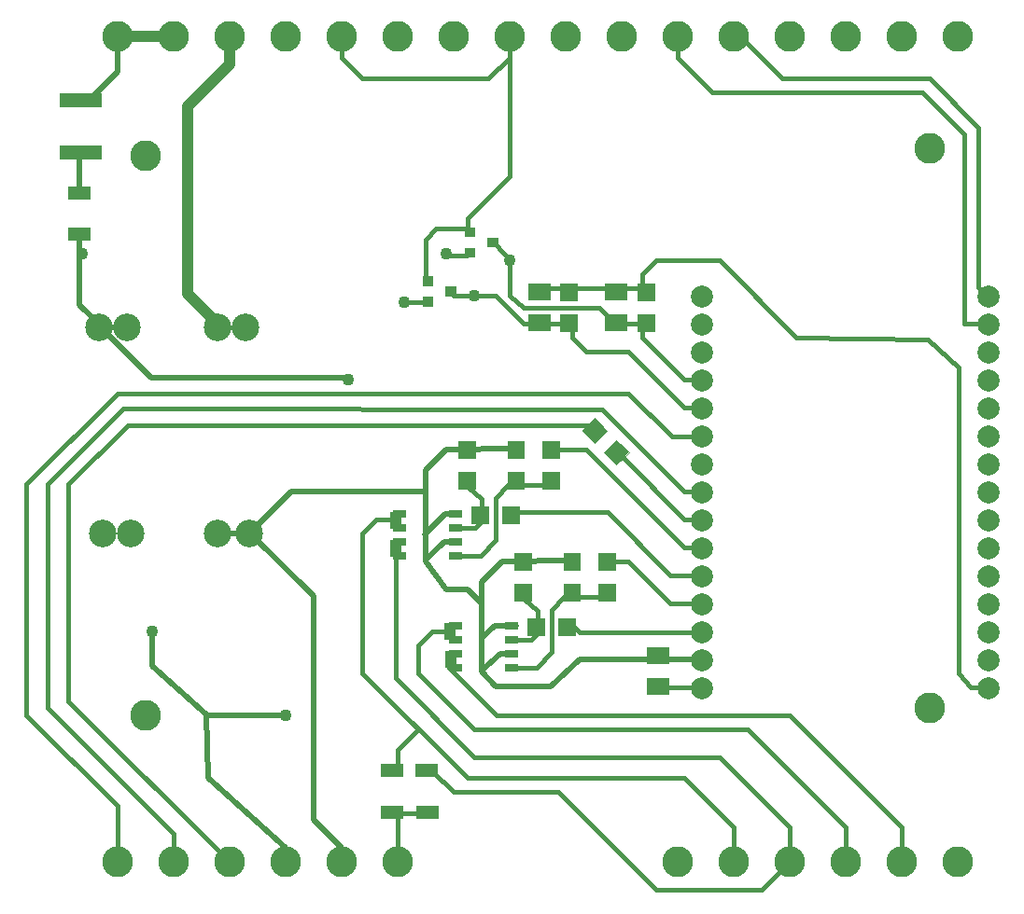
<source format=gbr>
%FSLAX34Y34*%
%MOMM*%
%LNCOPPER_BOTTOM*%
G71*
G01*
%ADD10C, 2.80*%
%ADD11C, 2.50*%
%ADD12C, 1.10*%
%ADD13R, 1.27X0.65*%
%ADD14C, 0.40*%
%ADD15C, 0.50*%
%ADD16R, 1.00X1.60*%
%ADD17C, 0.00*%
%ADD18C, 2.80*%
%ADD19C, 1.00*%
%ADD20R, 2.00X1.30*%
%ADD21R, 2.00X1.60*%
%ADD22C, 2.00*%
%LPD*%
X166300Y-102800D02*
G54D10*
D03*
X217100Y-102800D02*
G54D10*
D03*
X267900Y-102800D02*
G54D10*
D03*
X318700Y-102800D02*
G54D10*
D03*
X369500Y-102800D02*
G54D10*
D03*
X420300Y-102800D02*
G54D10*
D03*
X282590Y-366872D02*
G54D11*
D03*
X174640Y-366872D02*
G54D11*
D03*
X257195Y-553560D02*
G54D11*
D03*
X152420Y-553560D02*
G54D11*
D03*
X257195Y-366870D02*
G54D11*
D03*
X149245Y-366870D02*
G54D11*
D03*
X285770Y-553560D02*
G54D11*
D03*
X177820Y-553560D02*
G54D11*
D03*
X318700Y-718750D02*
G54D12*
D03*
X471100Y-102800D02*
G54D10*
D03*
X521900Y-102800D02*
G54D10*
D03*
X572700Y-102800D02*
G54D10*
D03*
X623500Y-102800D02*
G54D10*
D03*
X674300Y-102800D02*
G54D10*
D03*
X725100Y-102800D02*
G54D10*
D03*
X775900Y-102800D02*
G54D10*
D03*
X826700Y-102800D02*
G54D10*
D03*
X877500Y-102800D02*
G54D10*
D03*
X928300Y-102800D02*
G54D10*
D03*
X166300Y-852100D02*
G54D10*
D03*
X217100Y-852100D02*
G54D10*
D03*
X267900Y-852100D02*
G54D10*
D03*
X318700Y-852100D02*
G54D10*
D03*
X369500Y-852100D02*
G54D10*
D03*
X420300Y-852100D02*
G54D10*
D03*
X674300Y-852100D02*
G54D10*
D03*
X725100Y-852100D02*
G54D10*
D03*
X775900Y-852100D02*
G54D10*
D03*
X826700Y-852100D02*
G54D10*
D03*
X877500Y-852100D02*
G54D10*
D03*
X928300Y-852100D02*
G54D10*
D03*
X134550Y-299650D02*
G54D12*
D03*
X229800Y-299650D02*
G54D12*
D03*
X198050Y-642550D02*
G54D12*
D03*
X375850Y-413950D02*
G54D12*
D03*
X464750Y-299650D02*
G54D12*
D03*
X426650Y-344100D02*
G54D12*
D03*
X521900Y-306000D02*
G54D12*
D03*
X490150Y-337750D02*
G54D12*
D03*
X523925Y-675389D02*
G54D13*
D03*
X523925Y-662689D02*
G54D13*
D03*
X523925Y-649989D02*
G54D13*
D03*
X523925Y-637289D02*
G54D13*
D03*
X473125Y-637289D02*
G54D13*
D03*
X473125Y-649989D02*
G54D13*
D03*
X473125Y-662689D02*
G54D13*
D03*
X473125Y-675389D02*
G54D13*
D03*
G54D14*
X523925Y-649989D02*
X541513Y-649989D01*
X547293Y-644209D01*
X547293Y-623747D01*
X534600Y-613322D01*
G54D14*
X523925Y-675389D02*
X546211Y-675389D01*
X560000Y-661600D01*
X560000Y-623545D01*
X571059Y-611061D01*
X604450Y-611054D01*
G54D15*
X576596Y-578093D02*
X515550Y-579050D01*
X496500Y-598100D01*
X496500Y-617150D01*
X468399Y-668404D02*
G54D16*
D03*
X467493Y-643004D02*
G54D16*
D03*
G54D15*
X523925Y-662689D02*
X513134Y-662689D01*
X496736Y-678189D01*
G54D15*
X527898Y-637240D02*
X508160Y-637240D01*
X496500Y-648900D01*
X496500Y-679323D01*
X509127Y-692901D01*
X559454Y-692857D01*
X585400Y-667950D01*
X694811Y-667950D01*
X695973Y-669112D01*
G54D14*
X695974Y-643712D02*
X585251Y-643712D01*
X577739Y-636200D01*
G54D14*
X604450Y-579050D02*
X629850Y-579050D01*
X667950Y-617150D01*
X694812Y-617150D01*
X695974Y-618312D01*
X473125Y-573789D02*
G54D13*
D03*
X473125Y-561089D02*
G54D13*
D03*
X473125Y-548389D02*
G54D13*
D03*
X473125Y-535689D02*
G54D13*
D03*
X422325Y-535689D02*
G54D13*
D03*
X422325Y-548389D02*
G54D13*
D03*
X422325Y-561089D02*
G54D13*
D03*
X422325Y-573789D02*
G54D13*
D03*
G54D14*
X473125Y-548389D02*
X490713Y-548389D01*
X496493Y-542609D01*
X496493Y-522147D01*
X483800Y-511722D01*
G54D14*
X473125Y-573789D02*
X495411Y-573789D01*
X509200Y-560000D01*
X509200Y-521945D01*
X520259Y-509461D01*
X553650Y-509454D01*
G54D15*
X525796Y-476493D02*
X464750Y-477450D01*
X445700Y-496500D01*
X445700Y-547300D01*
X418956Y-541856D02*
G54D16*
D03*
G54D15*
X473125Y-561089D02*
X462334Y-561089D01*
X445884Y-577539D01*
G54D15*
X260365Y-553562D02*
X285765Y-553562D01*
X323777Y-515550D01*
X445700Y-515550D01*
X445700Y-579050D01*
X464750Y-604450D01*
X483800Y-604450D01*
X496500Y-617150D01*
X496500Y-679323D01*
G54D14*
X526939Y-534600D02*
X610800Y-534600D01*
X667950Y-591750D01*
X694812Y-591750D01*
X695974Y-592912D01*
G54D14*
X553650Y-477450D02*
X591750Y-477450D01*
X680650Y-566350D01*
X694812Y-566350D01*
X695974Y-567512D01*
G36*
X113741Y-213887D02*
X113741Y-201887D01*
X150741Y-201887D01*
X150741Y-213887D01*
X113741Y-213887D01*
G37*
G54D17*
X113741Y-213887D02*
X113741Y-201887D01*
X150741Y-201887D01*
X150741Y-213887D01*
X113741Y-213887D01*
G36*
X113741Y-165887D02*
X113741Y-153887D01*
X150741Y-153887D01*
X150741Y-165887D01*
X113741Y-165887D01*
G37*
G54D17*
X113741Y-165887D02*
X113741Y-153887D01*
X150741Y-153887D01*
X150741Y-165887D01*
X113741Y-165887D01*
G54D14*
X285765Y-366872D02*
X260365Y-366872D01*
G36*
X480850Y-275750D02*
X489850Y-275750D01*
X489850Y-283750D01*
X480850Y-283750D01*
X480850Y-275750D01*
G37*
G54D17*
X480850Y-275750D02*
X489850Y-275750D01*
X489850Y-283750D01*
X480850Y-283750D01*
X480850Y-275750D01*
G36*
X480850Y-294750D02*
X489850Y-294750D01*
X489850Y-302750D01*
X480850Y-302750D01*
X480850Y-294750D01*
G37*
G54D17*
X480850Y-294750D02*
X489850Y-294750D01*
X489850Y-302750D01*
X480850Y-302750D01*
X480850Y-294750D01*
G36*
X501850Y-285250D02*
X510850Y-285250D01*
X510850Y-293250D01*
X501850Y-293250D01*
X501850Y-285250D01*
G37*
G54D17*
X501850Y-285250D02*
X510850Y-285250D01*
X510850Y-293250D01*
X501850Y-293250D01*
X501850Y-285250D01*
G54D14*
X618906Y-478279D02*
X624324Y-484624D01*
X680650Y-540950D01*
X694811Y-540950D01*
X695974Y-542112D01*
G54D14*
X508850Y-291750D02*
X521900Y-306000D01*
X521900Y-337750D01*
X534785Y-349344D01*
X603343Y-349343D01*
X617150Y-363150D01*
X617150Y-363296D01*
X642404Y-363296D01*
X642550Y-363150D01*
X642550Y-375850D01*
X680650Y-413950D01*
X694811Y-413950D01*
X695974Y-415112D01*
G54D14*
X553650Y-363296D02*
X578904Y-363296D01*
X579050Y-363150D01*
X579050Y-375850D01*
X591750Y-388550D01*
X629850Y-388550D01*
X680650Y-439350D01*
X694811Y-439350D01*
X695974Y-440512D01*
G36*
X442750Y-320200D02*
X451750Y-320200D01*
X451750Y-328200D01*
X442750Y-328200D01*
X442750Y-320200D01*
G37*
G54D17*
X442750Y-320200D02*
X451750Y-320200D01*
X451750Y-328200D01*
X442750Y-328200D01*
X442750Y-320200D01*
G36*
X442750Y-339200D02*
X451750Y-339200D01*
X451750Y-347200D01*
X442750Y-347200D01*
X442750Y-339200D01*
G37*
G54D17*
X442750Y-339200D02*
X451750Y-339200D01*
X451750Y-347200D01*
X442750Y-347200D01*
X442750Y-339200D01*
G36*
X463750Y-329700D02*
X472750Y-329700D01*
X472750Y-337700D01*
X463750Y-337700D01*
X463750Y-329700D01*
G37*
G54D17*
X463750Y-329700D02*
X472750Y-329700D01*
X472750Y-337700D01*
X463750Y-337700D01*
X463750Y-329700D01*
G54D14*
X693350Y-693350D02*
X661600Y-693350D01*
G54D15*
X474376Y-535886D02*
X463585Y-535886D01*
X445170Y-554302D01*
G54D15*
X286950Y-553650D02*
X344100Y-610800D01*
X344100Y-814000D01*
X369500Y-839400D01*
G54D14*
X725100Y-102800D02*
X731450Y-102800D01*
X769550Y-140900D01*
X902900Y-140900D01*
X947350Y-185350D01*
X947350Y-329939D01*
X956324Y-338912D01*
G54D14*
X674300Y-102800D02*
X674300Y-121850D01*
X706050Y-153600D01*
X896550Y-153600D01*
X934650Y-191700D01*
X934650Y-363150D01*
X955161Y-363150D01*
X956324Y-364312D01*
G54D15*
X198050Y-642550D02*
X198050Y-674300D01*
X246902Y-718232D01*
X248850Y-775900D01*
X318700Y-839400D01*
X191700Y-210750D02*
G54D18*
D03*
X191700Y-718750D02*
G54D18*
D03*
G54D14*
X877500Y-839400D02*
X877500Y-820350D01*
X775900Y-718750D01*
X509990Y-718750D01*
X466706Y-675466D01*
G54D14*
X462969Y-643004D02*
X451596Y-643004D01*
X439350Y-655250D01*
X439350Y-680650D01*
X490150Y-731450D01*
X737800Y-731450D01*
X826700Y-820350D01*
X826700Y-839400D01*
G54D14*
X418519Y-563629D02*
X418519Y-685219D01*
X490150Y-756850D01*
X712400Y-756850D01*
X775900Y-820350D01*
X775900Y-839400D01*
G54D14*
X418519Y-541404D02*
X400796Y-541404D01*
X388550Y-553650D01*
X388550Y-680650D01*
X483800Y-775900D01*
X680650Y-775900D01*
X725100Y-820350D01*
X725100Y-839400D01*
G54D15*
X166300Y-96450D02*
X166300Y-134550D01*
X140900Y-159950D01*
G54D15*
X131311Y-282179D02*
X131741Y-346198D01*
X152415Y-366872D01*
X177815Y-366872D01*
G54D14*
X471100Y-337750D02*
X509200Y-337750D01*
X534600Y-363150D01*
X553650Y-363150D01*
G54D19*
X267900Y-102800D02*
X267900Y-128200D01*
X229800Y-166300D01*
X229800Y-336307D01*
X260365Y-366872D01*
G54D19*
X217100Y-102800D02*
X166300Y-102800D01*
G54D14*
X596276Y-455648D02*
X175402Y-455648D01*
X121850Y-509200D01*
X121850Y-706050D01*
X267900Y-852100D01*
G54D14*
X697116Y-516777D02*
X680650Y-515550D01*
X606039Y-441075D01*
X171423Y-440577D01*
X102800Y-509200D01*
X102800Y-712400D01*
X217100Y-826700D01*
X217100Y-852100D01*
G54D14*
X695974Y-465912D02*
X669112Y-465912D01*
X629850Y-426650D01*
X166300Y-426650D01*
X83750Y-509200D01*
X83750Y-718750D01*
X166300Y-801300D01*
X166300Y-852100D01*
G54D14*
X445700Y-344100D02*
X426650Y-344100D01*
G54D14*
X482850Y-301250D02*
X466350Y-301250D01*
X464750Y-299650D01*
G54D14*
X369500Y-102800D02*
X369500Y-121850D01*
X388550Y-140900D01*
X502850Y-140900D01*
X521900Y-121850D01*
X521900Y-102800D01*
X521900Y-229800D01*
X483800Y-267900D01*
X483800Y-276300D01*
X482850Y-277250D01*
X455400Y-277250D01*
X445700Y-286950D01*
X445700Y-325750D01*
X444750Y-326700D01*
X131311Y-282179D02*
G54D20*
D03*
X131211Y-244579D02*
G54D20*
D03*
G54D15*
X131211Y-244579D02*
X131211Y-207417D01*
X131741Y-206887D01*
G54D15*
X318700Y-718750D02*
X248850Y-718750D01*
X902900Y-204400D02*
G54D18*
D03*
X902900Y-712400D02*
G54D18*
D03*
X415262Y-806604D02*
G54D20*
D03*
X415162Y-769004D02*
G54D20*
D03*
X447012Y-806604D02*
G54D20*
D03*
X446911Y-769004D02*
G54D20*
D03*
G54D14*
X452050Y-807650D02*
X420300Y-807650D01*
X420300Y-852100D01*
G54D14*
X439350Y-731450D02*
X420300Y-750500D01*
X420300Y-769550D01*
G54D14*
X445700Y-769550D02*
X452050Y-769550D01*
X471100Y-788600D01*
X566350Y-788600D01*
X655250Y-877500D01*
X750500Y-877500D01*
X775900Y-852100D01*
G36*
X618644Y-491561D02*
X607331Y-480247D01*
X618645Y-468934D01*
X629958Y-480248D01*
X618644Y-491561D01*
G37*
G54D17*
X618644Y-491561D02*
X607331Y-480247D01*
X618645Y-468934D01*
X629958Y-480248D01*
X618644Y-491561D01*
G36*
X598846Y-471762D02*
X587532Y-460448D01*
X598846Y-449135D01*
X610159Y-460448D01*
X598846Y-471762D01*
G37*
G54D17*
X598846Y-471762D02*
X587532Y-460448D01*
X598846Y-449135D01*
X610159Y-460448D01*
X598846Y-471762D01*
G36*
X551566Y-497834D02*
X567566Y-497834D01*
X567566Y-513834D01*
X551566Y-513834D01*
X551566Y-497834D01*
G37*
G36*
X551566Y-469834D02*
X567566Y-469834D01*
X567566Y-485834D01*
X551566Y-485834D01*
X551566Y-469834D01*
G37*
G36*
X519816Y-497834D02*
X535816Y-497834D01*
X535816Y-513834D01*
X519816Y-513834D01*
X519816Y-497834D01*
G37*
G36*
X519816Y-469834D02*
X535816Y-469834D01*
X535816Y-485834D01*
X519816Y-485834D01*
X519816Y-469834D01*
G37*
G36*
X475366Y-497834D02*
X491366Y-497834D01*
X491366Y-513834D01*
X475366Y-513834D01*
X475366Y-497834D01*
G37*
G36*
X475366Y-469834D02*
X491366Y-469834D01*
X491366Y-485834D01*
X475366Y-485834D01*
X475366Y-469834D01*
G37*
G36*
X487478Y-529652D02*
X503478Y-529652D01*
X503478Y-545652D01*
X487478Y-545652D01*
X487478Y-529652D01*
G37*
G36*
X515478Y-529652D02*
X531478Y-529652D01*
X531478Y-545652D01*
X515478Y-545652D01*
X515478Y-529652D01*
G37*
G36*
X602366Y-599434D02*
X618366Y-599434D01*
X618366Y-615434D01*
X602366Y-615434D01*
X602366Y-599434D01*
G37*
G36*
X602366Y-571434D02*
X618366Y-571434D01*
X618366Y-587434D01*
X602366Y-587434D01*
X602366Y-571434D01*
G37*
G36*
X570616Y-599434D02*
X586616Y-599434D01*
X586616Y-615434D01*
X570616Y-615434D01*
X570616Y-599434D01*
G37*
G36*
X570616Y-571434D02*
X586616Y-571434D01*
X586616Y-587434D01*
X570616Y-587434D01*
X570616Y-571434D01*
G37*
G36*
X526166Y-599434D02*
X542166Y-599434D01*
X542166Y-615434D01*
X526166Y-615434D01*
X526166Y-599434D01*
G37*
G36*
X526166Y-571434D02*
X542166Y-571434D01*
X542166Y-587434D01*
X526166Y-587434D01*
X526166Y-571434D01*
G37*
G36*
X538278Y-631253D02*
X554278Y-631253D01*
X554278Y-647253D01*
X538278Y-647253D01*
X538278Y-631253D01*
G37*
G36*
X566278Y-631252D02*
X582278Y-631252D01*
X582278Y-647252D01*
X566278Y-647252D01*
X566278Y-631252D01*
G37*
X656866Y-692696D02*
G54D21*
D03*
X656866Y-664696D02*
G54D21*
D03*
X618766Y-362496D02*
G54D21*
D03*
X618766Y-334496D02*
G54D21*
D03*
G36*
X637668Y-354655D02*
X653668Y-354655D01*
X653668Y-370655D01*
X637668Y-370655D01*
X637668Y-354655D01*
G37*
G36*
X637668Y-326655D02*
X653668Y-326655D01*
X653668Y-342655D01*
X637668Y-342655D01*
X637668Y-326655D01*
G37*
X548916Y-362496D02*
G54D21*
D03*
X548916Y-334496D02*
G54D21*
D03*
G36*
X567818Y-354655D02*
X583818Y-354655D01*
X583818Y-370655D01*
X567818Y-370655D01*
X567818Y-354655D01*
G37*
G36*
X567818Y-326655D02*
X583818Y-326655D01*
X583818Y-342655D01*
X567818Y-342655D01*
X567818Y-326655D01*
G37*
X418956Y-567256D02*
G54D16*
D03*
G54D15*
X151220Y-365670D02*
X151220Y-367120D01*
X196850Y-412750D01*
X374650Y-412750D01*
G54D14*
X553650Y-331096D02*
X642500Y-331096D01*
X642550Y-318700D01*
X655250Y-306000D01*
X712400Y-306000D01*
X782250Y-375850D01*
X900900Y-377850D01*
X928848Y-403250D01*
X928864Y-680650D01*
X940526Y-693415D01*
X953700Y-693350D01*
X696163Y-338744D02*
G54D22*
D03*
X696163Y-364144D02*
G54D22*
D03*
X696163Y-389544D02*
G54D22*
D03*
X696163Y-414944D02*
G54D22*
D03*
X696163Y-440344D02*
G54D22*
D03*
X696163Y-465744D02*
G54D22*
D03*
X696163Y-491144D02*
G54D22*
D03*
X696163Y-516544D02*
G54D22*
D03*
X696163Y-541944D02*
G54D22*
D03*
X696163Y-567344D02*
G54D22*
D03*
X696163Y-592744D02*
G54D22*
D03*
X696163Y-618144D02*
G54D22*
D03*
X696163Y-643544D02*
G54D22*
D03*
X696163Y-668944D02*
G54D22*
D03*
X696163Y-694344D02*
G54D22*
D03*
X956513Y-338744D02*
G54D22*
D03*
X956513Y-364144D02*
G54D22*
D03*
X956513Y-389544D02*
G54D22*
D03*
X956513Y-414944D02*
G54D22*
D03*
X956513Y-440344D02*
G54D22*
D03*
X956513Y-465744D02*
G54D22*
D03*
X956513Y-491144D02*
G54D22*
D03*
X956513Y-516544D02*
G54D22*
D03*
X956513Y-541944D02*
G54D22*
D03*
X956513Y-567344D02*
G54D22*
D03*
X956513Y-592744D02*
G54D22*
D03*
X956513Y-618144D02*
G54D22*
D03*
X956513Y-643544D02*
G54D22*
D03*
X956513Y-668944D02*
G54D22*
D03*
X956513Y-694344D02*
G54D22*
D03*
M02*

</source>
